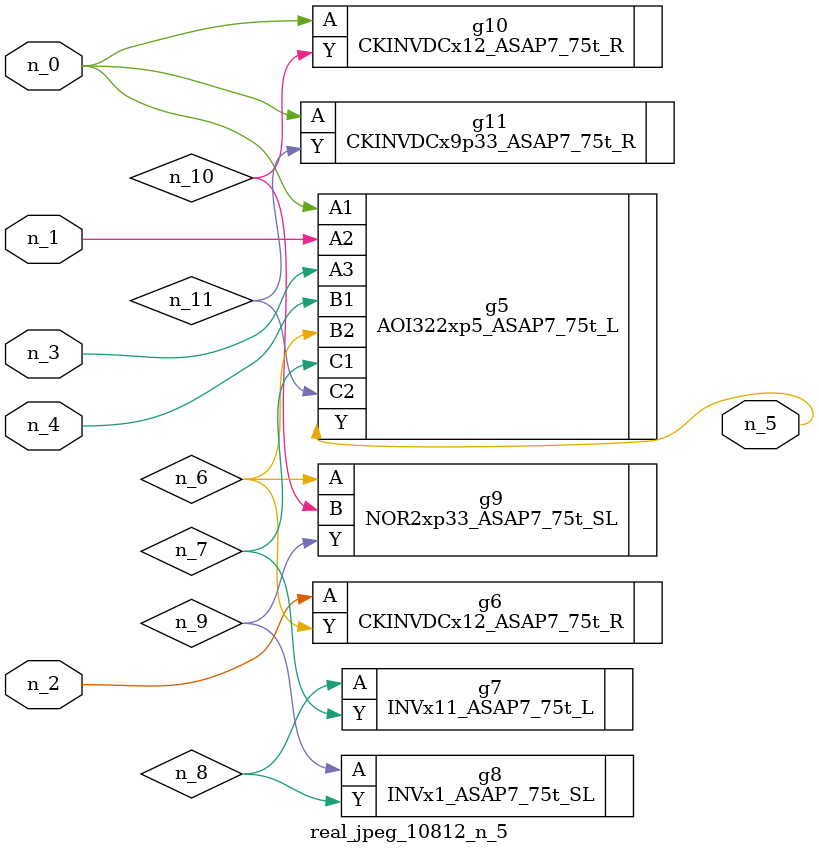
<source format=v>
module real_jpeg_10812_n_5 (n_4, n_0, n_1, n_2, n_3, n_5);

input n_4;
input n_0;
input n_1;
input n_2;
input n_3;

output n_5;

wire n_8;
wire n_11;
wire n_6;
wire n_7;
wire n_10;
wire n_9;

AOI322xp5_ASAP7_75t_L g5 ( 
.A1(n_0),
.A2(n_1),
.A3(n_3),
.B1(n_4),
.B2(n_6),
.C1(n_7),
.C2(n_11),
.Y(n_5)
);

CKINVDCx12_ASAP7_75t_R g10 ( 
.A(n_0),
.Y(n_10)
);

CKINVDCx9p33_ASAP7_75t_R g11 ( 
.A(n_0),
.Y(n_11)
);

CKINVDCx12_ASAP7_75t_R g6 ( 
.A(n_2),
.Y(n_6)
);

NOR2xp33_ASAP7_75t_SL g9 ( 
.A(n_6),
.B(n_10),
.Y(n_9)
);

INVx11_ASAP7_75t_L g7 ( 
.A(n_8),
.Y(n_7)
);

INVx1_ASAP7_75t_SL g8 ( 
.A(n_9),
.Y(n_8)
);


endmodule
</source>
